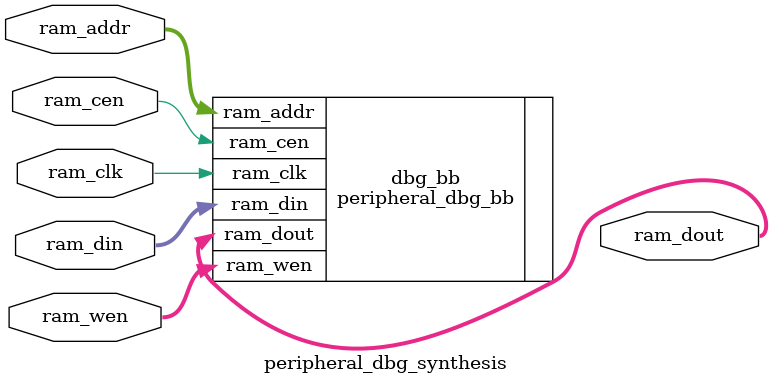
<source format=sv>

module peripheral_dbg_synthesis #(
  parameter AW       = 6,   // Address bus
  parameter DW       = 16,  // Data bus
  parameter MEM_SIZE = 256  // Memory size in bytes
) (
  input ram_clk,  // RAM clock

  input  [AW-1:0] ram_addr,  // RAM address
  output [DW-1:0] ram_dout,  // RAM data output
  input  [DW-1:0] ram_din,   // RAM data input
  input           ram_cen,   // RAM chip enable (low active)
  input  [   1:0] ram_wen    // RAM write enable (low active)
);

  //////////////////////////////////////////////////////////////////////////////
  // Body
  //////////////////////////////////////////////////////////////////////////////

  // DUT BB
  peripheral_dbg_bb #(
    .AW      (AW),
    .DW      (DW),
    .MEM_SIZE(MEM_SIZE)
  ) dbg_bb (
    .ram_clk(ram_clk),

    .ram_addr(ram_addr),
    .ram_dout(ram_dout),
    .ram_din (ram_din),
    .ram_cen (ram_cen),
    .ram_wen (ram_wen)
  );
endmodule
</source>
